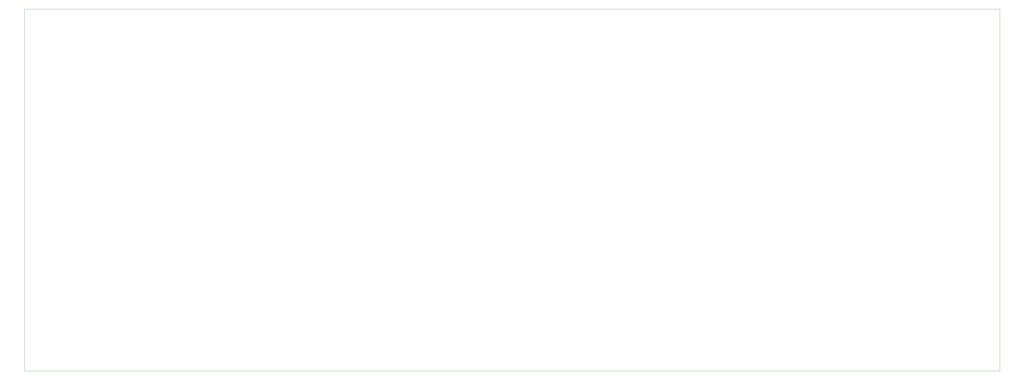
<source format=gbr>
%TF.GenerationSoftware,KiCad,Pcbnew,9.0.7*%
%TF.CreationDate,2026-01-25T14:01:01+00:00*%
%TF.ProjectId,pcb,7063622e-6b69-4636-9164-5f7063625858,rev?*%
%TF.SameCoordinates,Original*%
%TF.FileFunction,Profile,NP*%
%FSLAX46Y46*%
G04 Gerber Fmt 4.6, Leading zero omitted, Abs format (unit mm)*
G04 Created by KiCad (PCBNEW 9.0.7) date 2026-01-25 14:01:01*
%MOMM*%
%LPD*%
G01*
G04 APERTURE LIST*
%TA.AperFunction,Profile*%
%ADD10C,0.050000*%
%TD*%
G04 APERTURE END LIST*
D10*
X40620000Y-16093750D02*
X384840000Y-16093750D01*
X384840000Y-144050000D01*
X40620000Y-144050000D01*
X40620000Y-16093750D01*
M02*

</source>
